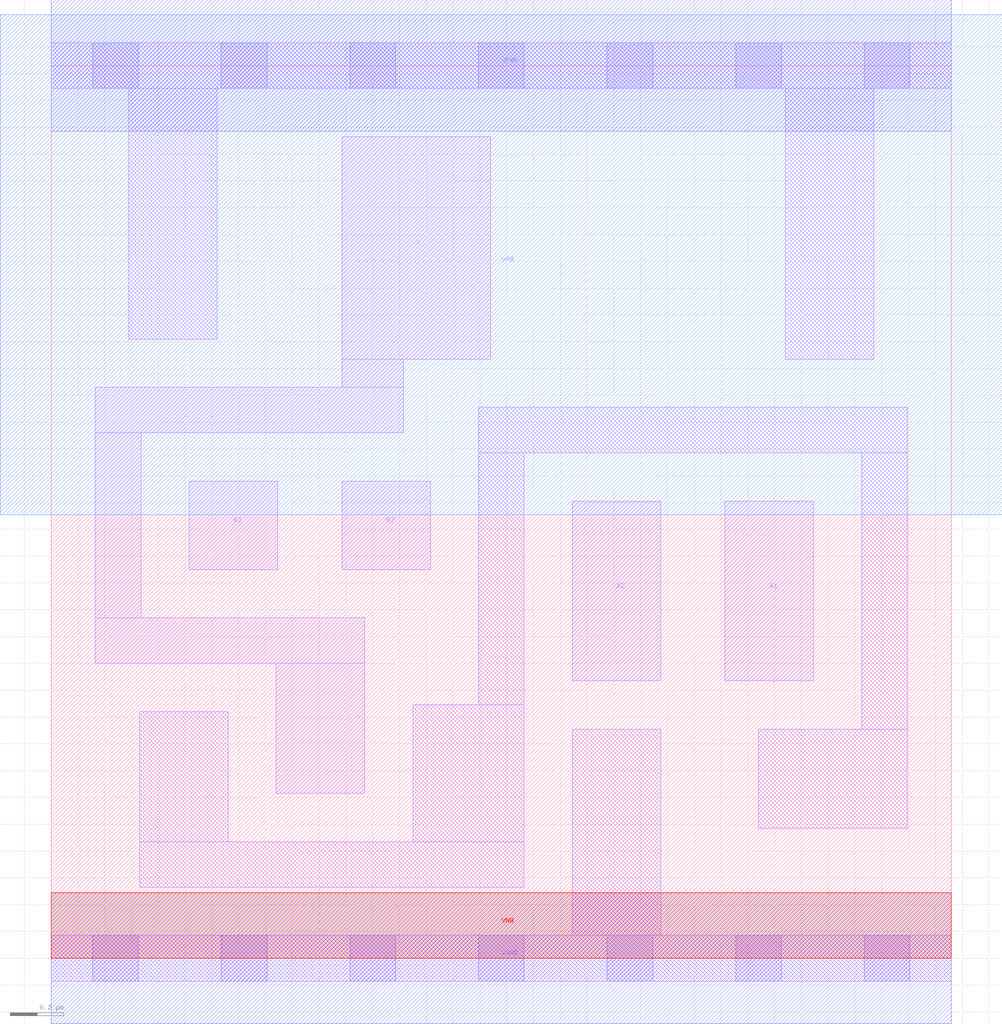
<source format=lef>
# Copyright 2020 The SkyWater PDK Authors
#
# Licensed under the Apache License, Version 2.0 (the "License");
# you may not use this file except in compliance with the License.
# You may obtain a copy of the License at
#
#     https://www.apache.org/licenses/LICENSE-2.0
#
# Unless required by applicable law or agreed to in writing, software
# distributed under the License is distributed on an "AS IS" BASIS,
# WITHOUT WARRANTIES OR CONDITIONS OF ANY KIND, either express or implied.
# See the License for the specific language governing permissions and
# limitations under the License.
#
# SPDX-License-Identifier: Apache-2.0

VERSION 5.7 ;
  NOWIREEXTENSIONATPIN ON ;
  DIVIDERCHAR "/" ;
  BUSBITCHARS "[]" ;
MACRO sky130_fd_sc_lp__o22ai_lp
  CLASS CORE ;
  FOREIGN sky130_fd_sc_lp__o22ai_lp ;
  ORIGIN  0.000000  0.000000 ;
  SIZE  3.360000 BY  3.330000 ;
  SYMMETRY X Y R90 ;
  SITE unit ;
  PIN A1
    ANTENNAGATEAREA  0.313000 ;
    DIRECTION INPUT ;
    USE SIGNAL ;
    PORT
      LAYER li1 ;
        RECT 2.515000 1.035000 2.845000 1.705000 ;
    END
  END A1
  PIN A2
    ANTENNAGATEAREA  0.313000 ;
    DIRECTION INPUT ;
    USE SIGNAL ;
    PORT
      LAYER li1 ;
        RECT 1.945000 1.035000 2.275000 1.705000 ;
    END
  END A2
  PIN B1
    ANTENNAGATEAREA  0.313000 ;
    DIRECTION INPUT ;
    USE SIGNAL ;
    PORT
      LAYER li1 ;
        RECT 0.515000 1.450000 0.845000 1.780000 ;
    END
  END B1
  PIN B2
    ANTENNAGATEAREA  0.313000 ;
    DIRECTION INPUT ;
    USE SIGNAL ;
    PORT
      LAYER li1 ;
        RECT 1.085000 1.450000 1.415000 1.780000 ;
    END
  END B2
  PIN Y
    ANTENNADIFFAREA  0.437600 ;
    DIRECTION OUTPUT ;
    USE SIGNAL ;
    PORT
      LAYER li1 ;
        RECT 0.165000 1.100000 1.170000 1.270000 ;
        RECT 0.165000 1.270000 0.335000 1.960000 ;
        RECT 0.165000 1.960000 1.315000 2.130000 ;
        RECT 0.840000 0.615000 1.170000 1.100000 ;
        RECT 1.085000 2.130000 1.315000 2.235000 ;
        RECT 1.085000 2.235000 1.640000 3.065000 ;
    END
  END Y
  PIN VGND
    DIRECTION INOUT ;
    USE GROUND ;
    PORT
      LAYER met1 ;
        RECT 0.000000 -0.245000 3.360000 0.245000 ;
    END
  END VGND
  PIN VNB
    DIRECTION INOUT ;
    USE GROUND ;
    PORT
      LAYER pwell ;
        RECT 0.000000 0.000000 3.360000 0.245000 ;
    END
  END VNB
  PIN VPB
    DIRECTION INOUT ;
    USE POWER ;
    PORT
      LAYER nwell ;
        RECT -0.190000 1.655000 3.550000 3.520000 ;
    END
  END VPB
  PIN VPWR
    DIRECTION INOUT ;
    USE POWER ;
    PORT
      LAYER met1 ;
        RECT 0.000000 3.085000 3.360000 3.575000 ;
    END
  END VPWR
  OBS
    LAYER li1 ;
      RECT 0.000000 -0.085000 3.360000 0.085000 ;
      RECT 0.000000  3.245000 3.360000 3.415000 ;
      RECT 0.290000  2.310000 0.620000 3.245000 ;
      RECT 0.330000  0.265000 1.765000 0.435000 ;
      RECT 0.330000  0.435000 0.660000 0.920000 ;
      RECT 1.350000  0.435000 1.765000 0.945000 ;
      RECT 1.595000  0.945000 1.765000 1.885000 ;
      RECT 1.595000  1.885000 3.195000 2.055000 ;
      RECT 1.945000  0.085000 2.275000 0.855000 ;
      RECT 2.640000  0.485000 3.195000 0.855000 ;
      RECT 2.740000  2.235000 3.070000 3.245000 ;
      RECT 3.025000  0.855000 3.195000 1.885000 ;
    LAYER mcon ;
      RECT 0.155000 -0.085000 0.325000 0.085000 ;
      RECT 0.155000  3.245000 0.325000 3.415000 ;
      RECT 0.635000 -0.085000 0.805000 0.085000 ;
      RECT 0.635000  3.245000 0.805000 3.415000 ;
      RECT 1.115000 -0.085000 1.285000 0.085000 ;
      RECT 1.115000  3.245000 1.285000 3.415000 ;
      RECT 1.595000 -0.085000 1.765000 0.085000 ;
      RECT 1.595000  3.245000 1.765000 3.415000 ;
      RECT 2.075000 -0.085000 2.245000 0.085000 ;
      RECT 2.075000  3.245000 2.245000 3.415000 ;
      RECT 2.555000 -0.085000 2.725000 0.085000 ;
      RECT 2.555000  3.245000 2.725000 3.415000 ;
      RECT 3.035000 -0.085000 3.205000 0.085000 ;
      RECT 3.035000  3.245000 3.205000 3.415000 ;
  END
END sky130_fd_sc_lp__o22ai_lp
END LIBRARY

</source>
